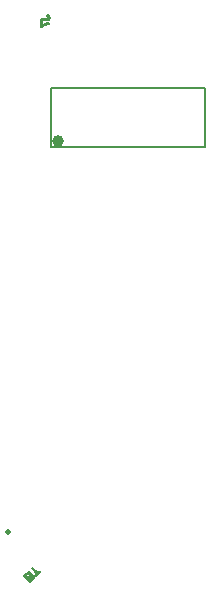
<source format=gbo>
%FSLAX33Y33*%
%MOMM*%
%ADD10C,0.2032*%
%ADD11C,0.15*%
%ADD12C,1.*%
%ADD13C,0.5*%
D10*
%LNbottom silkscreen_traces*%
%LNbottom silkscreen component 78b70137abdd44bd*%
G01*
X-6640Y26028D02*
X-6640Y26028D01*
X-6645Y25999*
X-6653Y25973*
X-6664Y25948*
X-6678Y25926*
X-6696Y25908*
X-6716Y25892*
X-6739Y25880*
X-6766Y25870*
X-6798Y25863*
X-6836Y25859*
X-6878Y25858*
X-7365Y25858*
X-7365Y25952*
X-6873Y25952*
X-6873Y25952*
X-6844Y25952*
X-6844Y25952*
X-6819Y25954*
X-6819Y25954*
X-6799Y25957*
X-6799Y25957*
X-6783Y25962*
X-6783Y25962*
X-6770Y25967*
X-6769Y25968*
X-6758Y25975*
X-6758Y25975*
X-6747Y25985*
X-6747Y25985*
X-6738Y25997*
X-6738Y25997*
X-6731Y26011*
X-6731Y26011*
X-6726Y26026*
X-6726Y26026*
X-6723Y26042*
X-6723Y26042*
X-6722Y26059*
X-6722Y26059*
X-6724Y26082*
X-6724Y26082*
X-6729Y26102*
X-6729Y26103*
X-6739Y26120*
X-6739Y26120*
X-6752Y26135*
X-6752Y26135*
X-6771Y26148*
X-6771Y26148*
X-6796Y26157*
X-6796Y26157*
X-6827Y26163*
X-6827Y26163*
X-6864Y26166*
X-6853Y26251*
X-6803Y26248*
X-6760Y26240*
X-6723Y26224*
X-6692Y26203*
X-6669Y26175*
X-6652Y26142*
X-6642Y26103*
X-6638Y26059*
X-6640Y26028*
X-6702Y25538D02*
X-6702Y25538D01*
X-6702Y25538*
X-6753Y25531*
X-6753Y25531*
X-6801Y25521*
X-6801Y25521*
X-6847Y25509*
X-6847Y25509*
X-6910Y25489*
X-6910Y25489*
X-6973Y25465*
X-6973Y25465*
X-7034Y25437*
X-7034Y25437*
X-7095Y25405*
X-7095Y25405*
X-7152Y25371*
X-7152Y25371*
X-7204Y25338*
X-7204Y25338*
X-7249Y25304*
X-7249Y25304*
X-7288Y25270*
X-7356Y25270*
X-7356Y25732*
X-7273Y25732*
X-7273Y25382*
X-7272Y25381*
X-7231Y25415*
X-7187Y25447*
X-7138Y25478*
X-7085Y25508*
X-7029Y25536*
X-6971Y25560*
X-6913Y25581*
X-6854Y25599*
X-6796Y25613*
X-6743Y25623*
X-6694Y25629*
X-6651Y25632*
X-6651Y25543*
X-6702Y25538*
D11*
X6500Y20078D02*
X-6500Y20078D01*
X-6500Y15078*
X6500Y15078*
X6500Y20078*
D12*
X-5950Y15582D03*
%LNbottom silkscreen component 7315b2cb7b9903fe*%
D10*
X-8545Y-20971D02*
X-8545Y-20971D01*
X-8522Y-20952*
X-8500Y-20935*
X-8479Y-20921*
X-8458Y-20910*
X-8438Y-20901*
X-8418Y-20894*
X-8398Y-20891*
X-8379Y-20889*
X-8358Y-20890*
X-8337Y-20894*
X-8314Y-20900*
X-8292Y-20909*
X-8271Y-20921*
X-8252Y-20935*
X-8233Y-20951*
X-8214Y-20974*
X-8198Y-20999*
X-8188Y-21025*
X-8182Y-21053*
X-8180Y-21081*
X-8184Y-21110*
X-8193Y-21139*
X-8206Y-21169*
X-8206Y-21170*
X-8180Y-21162*
X-8154Y-21159*
X-8130Y-21159*
X-8106Y-21163*
X-8084Y-21169*
X-8064Y-21179*
X-8045Y-21191*
X-8028Y-21206*
X-8012Y-21224*
X-7999Y-21245*
X-7989Y-21268*
X-7981Y-21292*
X-7977Y-21318*
X-7977Y-21344*
X-7981Y-21369*
X-7989Y-21394*
X-8001Y-21420*
X-8018Y-21446*
X-8040Y-21474*
X-8066Y-21502*
X-8256Y-21692*
X-8761Y-21187*
X-8569Y-20994*
X-8545Y-20971*
X-8402Y-21413D02*
X-8402Y-21413D01*
X-8292Y-21304*
X-8271Y-21283*
X-8252Y-21267*
X-8236Y-21254*
X-8222Y-21246*
X-8206Y-21238*
X-8190Y-21233*
X-8174Y-21231*
X-8159Y-21232*
X-8144Y-21236*
X-8129Y-21242*
X-8115Y-21252*
X-8102Y-21264*
X-8090Y-21277*
X-8081Y-21290*
X-8074Y-21305*
X-8069Y-21320*
X-8067Y-21336*
X-8068Y-21351*
X-8071Y-21366*
X-8078Y-21381*
X-8088Y-21397*
X-8103Y-21417*
X-8123Y-21439*
X-8147Y-21465*
X-8249Y-21566*
X-8402Y-21413*
X-8635Y-21179D02*
X-8635Y-21179D01*
X-8509Y-21053*
X-8494Y-21038*
X-8481Y-21026*
X-8470Y-21017*
X-8461Y-21010*
X-8448Y-21001*
X-8435Y-20994*
X-8422Y-20989*
X-8409Y-20985*
X-8396Y-20983*
X-8383Y-20983*
X-8369Y-20985*
X-8355Y-20988*
X-8341Y-20993*
X-8328Y-21000*
X-8315Y-21009*
X-8302Y-21021*
X-8290Y-21035*
X-8280Y-21051*
X-8272Y-21067*
X-8268Y-21084*
X-8266Y-21102*
X-8267Y-21119*
X-8271Y-21137*
X-8279Y-21154*
X-8289Y-21172*
X-8304Y-21192*
X-8322Y-21213*
X-8344Y-21236*
X-8461Y-21353*
X-8635Y-21179*
X-7646Y-20963D02*
X-7646Y-20963D01*
X-7645Y-20963*
X-7478Y-20796*
X-7419Y-20855*
X-7819Y-21256*
X-7878Y-21197*
X-7712Y-21030*
X-7712Y-21030*
X-8158Y-20583*
X-8092Y-20517*
X-7646Y-20963*
D13*
X-10158Y-17490D03*
M02*
</source>
